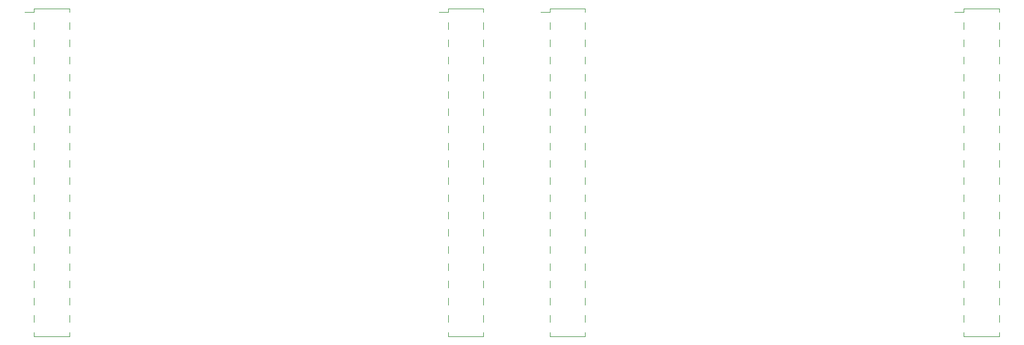
<source format=gbr>
%TF.GenerationSoftware,KiCad,Pcbnew,(6.0.8)*%
%TF.CreationDate,2022-11-08T10:52:10+01:00*%
%TF.ProjectId,TVZ_KTM_ApplicationBoard,54565a5f-4b54-44d5-9f41-70706c696361,rev?*%
%TF.SameCoordinates,Original*%
%TF.FileFunction,Legend,Bot*%
%TF.FilePolarity,Positive*%
%FSLAX46Y46*%
G04 Gerber Fmt 4.6, Leading zero omitted, Abs format (unit mm)*
G04 Created by KiCad (PCBNEW (6.0.8)) date 2022-11-08 10:52:10*
%MOMM*%
%LPD*%
G01*
G04 APERTURE LIST*
%ADD10C,0.120000*%
%ADD11C,1.440000*%
%ADD12R,1.700000X1.700000*%
%ADD13O,1.700000X1.700000*%
%ADD14R,1.600000X1.600000*%
%ADD15O,1.600000X1.600000*%
%ADD16C,2.100000*%
%ADD17C,1.524000*%
%ADD18R,1.800000X1.800000*%
%ADD19C,1.800000*%
%ADD20R,3.000000X1.000000*%
G04 APERTURE END LIST*
D10*
%TO.C,J2*%
X168100000Y-64590000D02*
X168100000Y-65610000D01*
X162900000Y-79830000D02*
X162900000Y-80850000D01*
X168100000Y-69670000D02*
X168100000Y-70690000D01*
X162900000Y-97610000D02*
X162900000Y-98630000D01*
X168100000Y-56970000D02*
X168100000Y-57990000D01*
X168100000Y-97610000D02*
X168100000Y-98630000D01*
X168100000Y-59510000D02*
X168100000Y-60530000D01*
X162900000Y-56970000D02*
X162900000Y-57990000D01*
X168100000Y-67130000D02*
X168100000Y-68150000D01*
X168100000Y-95070000D02*
X168100000Y-96090000D01*
X162900000Y-82370000D02*
X162900000Y-83390000D01*
X168100000Y-79830000D02*
X168100000Y-80850000D01*
X162900000Y-55450000D02*
X161540000Y-55450000D01*
X162900000Y-69670000D02*
X162900000Y-70690000D01*
X162900000Y-74750000D02*
X162900000Y-75770000D01*
X168100000Y-72210000D02*
X168100000Y-73230000D01*
X162900000Y-95070000D02*
X162900000Y-96090000D01*
X168100000Y-74750000D02*
X168100000Y-75770000D01*
X168100000Y-100150000D02*
X168100000Y-101170000D01*
X162900000Y-92530000D02*
X162900000Y-93550000D01*
X162900000Y-64590000D02*
X162900000Y-65610000D01*
X162900000Y-72210000D02*
X162900000Y-73230000D01*
X168100000Y-54880000D02*
X162900000Y-54880000D01*
X168100000Y-82370000D02*
X168100000Y-83390000D01*
X168100000Y-77290000D02*
X168100000Y-78310000D01*
X168100000Y-103260000D02*
X162900000Y-103260000D01*
X168100000Y-92530000D02*
X168100000Y-93550000D01*
X162900000Y-59510000D02*
X162900000Y-60530000D01*
X162900000Y-62050000D02*
X162900000Y-63070000D01*
X168100000Y-89990000D02*
X168100000Y-91010000D01*
X168100000Y-102690000D02*
X168100000Y-103260000D01*
X168100000Y-84910000D02*
X168100000Y-85930000D01*
X162900000Y-89990000D02*
X162900000Y-91010000D01*
X162900000Y-87450000D02*
X162900000Y-88470000D01*
X162900000Y-84910000D02*
X162900000Y-85930000D01*
X162900000Y-100150000D02*
X162900000Y-101170000D01*
X162900000Y-54880000D02*
X162900000Y-55450000D01*
X168100000Y-62050000D02*
X168100000Y-63070000D01*
X162900000Y-102690000D02*
X162900000Y-103260000D01*
X168100000Y-87450000D02*
X168100000Y-88470000D01*
X162900000Y-77290000D02*
X162900000Y-78310000D01*
X168100000Y-54880000D02*
X168100000Y-55450000D01*
X162900000Y-67130000D02*
X162900000Y-68150000D01*
%TO.C,J3*%
X183100001Y-54880001D02*
X183100001Y-55450001D01*
X177900001Y-59510001D02*
X177900001Y-60530001D01*
X177900001Y-92530001D02*
X177900001Y-93550001D01*
X183100001Y-103260001D02*
X177900001Y-103260001D01*
X177900001Y-67130001D02*
X177900001Y-68150001D01*
X183100001Y-95070001D02*
X183100001Y-96090001D01*
X177900001Y-95070001D02*
X177900001Y-96090001D01*
X183100001Y-100150001D02*
X183100001Y-101170001D01*
X183100001Y-64590001D02*
X183100001Y-65610001D01*
X183100001Y-84910001D02*
X183100001Y-85930001D01*
X177900001Y-69670001D02*
X177900001Y-70690001D01*
X177900001Y-64590001D02*
X177900001Y-65610001D01*
X183100001Y-82370001D02*
X183100001Y-83390001D01*
X183100001Y-102690001D02*
X183100001Y-103260001D01*
X183100001Y-89990001D02*
X183100001Y-91010001D01*
X183100001Y-87450001D02*
X183100001Y-88470001D01*
X177900001Y-74750001D02*
X177900001Y-75770001D01*
X183100001Y-54880001D02*
X177900001Y-54880001D01*
X177900001Y-56970001D02*
X177900001Y-57990001D01*
X183100001Y-92530001D02*
X183100001Y-93550001D01*
X177900001Y-102690001D02*
X177900001Y-103260001D01*
X177900001Y-79830001D02*
X177900001Y-80850001D01*
X183100001Y-97610001D02*
X183100001Y-98630001D01*
X177900001Y-72210001D02*
X177900001Y-73230001D01*
X183100001Y-62050001D02*
X183100001Y-63070001D01*
X177900001Y-89990001D02*
X177900001Y-91010001D01*
X177900001Y-100150001D02*
X177900001Y-101170001D01*
X177900001Y-87450001D02*
X177900001Y-88470001D01*
X177900001Y-97610001D02*
X177900001Y-98630001D01*
X177900001Y-82370001D02*
X177900001Y-83390001D01*
X177900001Y-77290001D02*
X177900001Y-78310001D01*
X177900001Y-55450001D02*
X176540001Y-55450001D01*
X177900001Y-54880001D02*
X177900001Y-55450001D01*
X183100001Y-77290001D02*
X183100001Y-78310001D01*
X177900001Y-84910001D02*
X177900001Y-85930001D01*
X177900001Y-62050001D02*
X177900001Y-63070001D01*
X183100001Y-79830001D02*
X183100001Y-80850001D01*
X183100001Y-67130001D02*
X183100001Y-68150001D01*
X183100001Y-56970001D02*
X183100001Y-57990001D01*
X183100001Y-72210001D02*
X183100001Y-73230001D01*
X183100001Y-74750001D02*
X183100001Y-75770001D01*
X183100001Y-59510001D02*
X183100001Y-60530001D01*
X183100001Y-69670001D02*
X183100001Y-70690001D01*
%TO.C,J4*%
X244100001Y-64590001D02*
X244100001Y-65610001D01*
X238900001Y-79830001D02*
X238900001Y-80850001D01*
X244100001Y-69670001D02*
X244100001Y-70690001D01*
X238900001Y-97610001D02*
X238900001Y-98630001D01*
X244100001Y-56970001D02*
X244100001Y-57990001D01*
X244100001Y-97610001D02*
X244100001Y-98630001D01*
X244100001Y-59510001D02*
X244100001Y-60530001D01*
X238900001Y-56970001D02*
X238900001Y-57990001D01*
X244100001Y-67130001D02*
X244100001Y-68150001D01*
X244100001Y-95070001D02*
X244100001Y-96090001D01*
X238900001Y-82370001D02*
X238900001Y-83390001D01*
X244100001Y-79830001D02*
X244100001Y-80850001D01*
X238900001Y-55450001D02*
X237540001Y-55450001D01*
X238900001Y-69670001D02*
X238900001Y-70690001D01*
X238900001Y-74750001D02*
X238900001Y-75770001D01*
X244100001Y-72210001D02*
X244100001Y-73230001D01*
X238900001Y-95070001D02*
X238900001Y-96090001D01*
X244100001Y-74750001D02*
X244100001Y-75770001D01*
X244100001Y-100150001D02*
X244100001Y-101170001D01*
X238900001Y-92530001D02*
X238900001Y-93550001D01*
X238900001Y-64590001D02*
X238900001Y-65610001D01*
X238900001Y-72210001D02*
X238900001Y-73230001D01*
X244100001Y-54880001D02*
X238900001Y-54880001D01*
X244100001Y-82370001D02*
X244100001Y-83390001D01*
X244100001Y-77290001D02*
X244100001Y-78310001D01*
X244100001Y-103260001D02*
X238900001Y-103260001D01*
X244100001Y-92530001D02*
X244100001Y-93550001D01*
X238900001Y-59510001D02*
X238900001Y-60530001D01*
X238900001Y-62050001D02*
X238900001Y-63070001D01*
X244100001Y-89990001D02*
X244100001Y-91010001D01*
X244100001Y-102690001D02*
X244100001Y-103260001D01*
X244100001Y-84910001D02*
X244100001Y-85930001D01*
X238900001Y-89990001D02*
X238900001Y-91010001D01*
X238900001Y-87450001D02*
X238900001Y-88470001D01*
X238900001Y-84910001D02*
X238900001Y-85930001D01*
X238900001Y-100150001D02*
X238900001Y-101170001D01*
X238900001Y-54880001D02*
X238900001Y-55450001D01*
X244100001Y-62050001D02*
X244100001Y-63070001D01*
X238900001Y-102690001D02*
X238900001Y-103260001D01*
X244100001Y-87450001D02*
X244100001Y-88470001D01*
X238900001Y-77290001D02*
X238900001Y-78310001D01*
X244100001Y-54880001D02*
X244100001Y-55450001D01*
X238900001Y-67130001D02*
X238900001Y-68150001D01*
%TO.C,J1*%
X107100000Y-54880000D02*
X107100000Y-55450000D01*
X101900000Y-59510000D02*
X101900000Y-60530000D01*
X101900000Y-92530000D02*
X101900000Y-93550000D01*
X107100000Y-103260000D02*
X101900000Y-103260000D01*
X101900000Y-67130000D02*
X101900000Y-68150000D01*
X107100000Y-95070000D02*
X107100000Y-96090000D01*
X101900000Y-95070000D02*
X101900000Y-96090000D01*
X107100000Y-100150000D02*
X107100000Y-101170000D01*
X107100000Y-64590000D02*
X107100000Y-65610000D01*
X107100000Y-84910000D02*
X107100000Y-85930000D01*
X101900000Y-69670000D02*
X101900000Y-70690000D01*
X101900000Y-64590000D02*
X101900000Y-65610000D01*
X107100000Y-82370000D02*
X107100000Y-83390000D01*
X107100000Y-102690000D02*
X107100000Y-103260000D01*
X107100000Y-89990000D02*
X107100000Y-91010000D01*
X107100000Y-87450000D02*
X107100000Y-88470000D01*
X101900000Y-74750000D02*
X101900000Y-75770000D01*
X107100000Y-54880000D02*
X101900000Y-54880000D01*
X101900000Y-56970000D02*
X101900000Y-57990000D01*
X107100000Y-92530000D02*
X107100000Y-93550000D01*
X101900000Y-102690000D02*
X101900000Y-103260000D01*
X101900000Y-79830000D02*
X101900000Y-80850000D01*
X107100000Y-97610000D02*
X107100000Y-98630000D01*
X101900000Y-72210000D02*
X101900000Y-73230000D01*
X107100000Y-62050000D02*
X107100000Y-63070000D01*
X101900000Y-89990000D02*
X101900000Y-91010000D01*
X101900000Y-100150000D02*
X101900000Y-101170000D01*
X101900000Y-87450000D02*
X101900000Y-88470000D01*
X101900000Y-97610000D02*
X101900000Y-98630000D01*
X101900000Y-82370000D02*
X101900000Y-83390000D01*
X101900000Y-77290000D02*
X101900000Y-78310000D01*
X101900000Y-55450000D02*
X100540000Y-55450000D01*
X101900000Y-54880000D02*
X101900000Y-55450000D01*
X107100000Y-77290000D02*
X107100000Y-78310000D01*
X101900000Y-84910000D02*
X101900000Y-85930000D01*
X101900000Y-62050000D02*
X101900000Y-63070000D01*
X107100000Y-79830000D02*
X107100000Y-80850000D01*
X107100000Y-67130000D02*
X107100000Y-68150000D01*
X107100000Y-56970000D02*
X107100000Y-57990000D01*
X107100000Y-72210000D02*
X107100000Y-73230000D01*
X107100000Y-74750000D02*
X107100000Y-75770000D01*
X107100000Y-59510000D02*
X107100000Y-60530000D01*
X107100000Y-69670000D02*
X107100000Y-70690000D01*
%TD*%
%LPC*%
D11*
%TO.C,RV1*%
X119790000Y-83610000D03*
X122330000Y-81070000D03*
X119790000Y-78530000D03*
%TD*%
D12*
%TO.C,JP5*%
X128070000Y-77850000D03*
D13*
X128070000Y-80390000D03*
X128070000Y-82930000D03*
%TD*%
D12*
%TO.C,JP4*%
X132720000Y-77850000D03*
D13*
X132720000Y-80390000D03*
X132720000Y-82930000D03*
%TD*%
D12*
%TO.C,JP3*%
X129660000Y-87550000D03*
D13*
X129660000Y-90090000D03*
%TD*%
D12*
%TO.C,JP2*%
X137370000Y-77850000D03*
D13*
X137370000Y-80390000D03*
%TD*%
D12*
%TO.C,JP1*%
X116560000Y-88940000D03*
D13*
X116560000Y-91480000D03*
X116560000Y-94020000D03*
%TD*%
D14*
%TO.C,U3*%
X201825000Y-89015000D03*
D15*
X201825000Y-91555000D03*
X201825000Y-94095000D03*
X201825000Y-96635000D03*
X209445000Y-96635000D03*
X209445000Y-94095000D03*
X209445000Y-91555000D03*
X209445000Y-89015000D03*
%TD*%
D16*
%TO.C,SW4*%
X222000000Y-79100000D03*
X222000000Y-70900000D03*
D17*
X222000000Y-73000000D03*
X222000000Y-75000000D03*
X222000000Y-77000000D03*
%TD*%
D16*
%TO.C,SW3*%
X206000000Y-79000000D03*
X206000000Y-70800000D03*
D17*
X206000000Y-72900000D03*
X206000000Y-74900000D03*
X206000000Y-76900000D03*
%TD*%
D16*
%TO.C,SW2*%
X214000000Y-79100000D03*
X214000000Y-70900000D03*
D17*
X214000000Y-73000000D03*
X214000000Y-75000000D03*
X214000000Y-77000000D03*
%TD*%
D16*
%TO.C,SW1*%
X198000000Y-79100000D03*
X198000000Y-70900000D03*
D17*
X198000000Y-73000000D03*
X198000000Y-75000000D03*
X198000000Y-77000000D03*
%TD*%
D18*
%TO.C,D12*%
X144000000Y-70000000D03*
D19*
X146540000Y-70000000D03*
%TD*%
D18*
%TO.C,D11*%
X137000000Y-70000000D03*
D19*
X139540000Y-70000000D03*
%TD*%
D18*
%TO.C,D10*%
X130000000Y-70000000D03*
D19*
X132540000Y-70000000D03*
%TD*%
D18*
%TO.C,D9*%
X123000000Y-70000000D03*
D19*
X125540000Y-70000000D03*
%TD*%
D18*
%TO.C,D8*%
X144000000Y-62000000D03*
D19*
X146540000Y-62000000D03*
%TD*%
D18*
%TO.C,D7*%
X137000000Y-62000000D03*
D19*
X139540000Y-62000000D03*
%TD*%
D18*
%TO.C,D6*%
X130000000Y-62000000D03*
D19*
X132540000Y-62000000D03*
%TD*%
D18*
%TO.C,D5*%
X123000000Y-62000000D03*
D19*
X125540000Y-62000000D03*
%TD*%
D18*
%TO.C,D4*%
X220000000Y-62000000D03*
D19*
X222540000Y-62000000D03*
%TD*%
D18*
%TO.C,D3*%
X213000000Y-62000000D03*
D19*
X215540000Y-62000000D03*
%TD*%
D18*
%TO.C,D2*%
X206000000Y-62000000D03*
D19*
X208540000Y-62000000D03*
%TD*%
D18*
%TO.C,D1*%
X199000000Y-62000000D03*
D19*
X201540000Y-62000000D03*
%TD*%
D14*
%TO.C,U2*%
X146000000Y-92000000D03*
D15*
X146000000Y-94540000D03*
X146000000Y-97080000D03*
X146000000Y-99620000D03*
X153620000Y-99620000D03*
X153620000Y-97080000D03*
X153620000Y-94540000D03*
X153620000Y-92000000D03*
%TD*%
D20*
%TO.C,J2*%
X162980000Y-56210000D03*
X168020000Y-56210000D03*
X162980000Y-58750000D03*
X168020000Y-58750000D03*
X162980000Y-61290000D03*
X168020000Y-61290000D03*
X162980000Y-63830000D03*
X168020000Y-63830000D03*
X162980000Y-66370000D03*
X168020000Y-66370000D03*
X162980000Y-68910000D03*
X168020000Y-68910000D03*
X162980000Y-71450000D03*
X168020000Y-71450000D03*
X162980000Y-73990000D03*
X168020000Y-73990000D03*
X162980000Y-76530000D03*
X168020000Y-76530000D03*
X162980000Y-79070000D03*
X168020000Y-79070000D03*
X162980000Y-81610000D03*
X168020000Y-81610000D03*
X162980000Y-84150000D03*
X168020000Y-84150000D03*
X162980000Y-86690000D03*
X168020000Y-86690000D03*
X162980000Y-89230000D03*
X168020000Y-89230000D03*
X162980000Y-91770000D03*
X168020000Y-91770000D03*
X162980000Y-94310000D03*
X168020000Y-94310000D03*
X162980000Y-96850000D03*
X168020000Y-96850000D03*
X162980000Y-99390000D03*
X168020000Y-99390000D03*
X162980000Y-101930000D03*
X168020000Y-101930000D03*
%TD*%
%TO.C,J3*%
X177980001Y-56210001D03*
X183020001Y-56210001D03*
X177980001Y-58750001D03*
X183020001Y-58750001D03*
X177980001Y-61290001D03*
X183020001Y-61290001D03*
X177980001Y-63830001D03*
X183020001Y-63830001D03*
X177980001Y-66370001D03*
X183020001Y-66370001D03*
X177980001Y-68910001D03*
X183020001Y-68910001D03*
X177980001Y-71450001D03*
X183020001Y-71450001D03*
X177980001Y-73990001D03*
X183020001Y-73990001D03*
X177980001Y-76530001D03*
X183020001Y-76530001D03*
X177980001Y-79070001D03*
X183020001Y-79070001D03*
X177980001Y-81610001D03*
X183020001Y-81610001D03*
X177980001Y-84150001D03*
X183020001Y-84150001D03*
X177980001Y-86690001D03*
X183020001Y-86690001D03*
X177980001Y-89230001D03*
X183020001Y-89230001D03*
X177980001Y-91770001D03*
X183020001Y-91770001D03*
X177980001Y-94310001D03*
X183020001Y-94310001D03*
X177980001Y-96850001D03*
X183020001Y-96850001D03*
X177980001Y-99390001D03*
X183020001Y-99390001D03*
X177980001Y-101930001D03*
X183020001Y-101930001D03*
%TD*%
%TO.C,J4*%
X238980001Y-56210001D03*
X244020001Y-56210001D03*
X238980001Y-58750001D03*
X244020001Y-58750001D03*
X238980001Y-61290001D03*
X244020001Y-61290001D03*
X238980001Y-63830001D03*
X244020001Y-63830001D03*
X238980001Y-66370001D03*
X244020001Y-66370001D03*
X238980001Y-68910001D03*
X244020001Y-68910001D03*
X238980001Y-71450001D03*
X244020001Y-71450001D03*
X238980001Y-73990001D03*
X244020001Y-73990001D03*
X238980001Y-76530001D03*
X244020001Y-76530001D03*
X238980001Y-79070001D03*
X244020001Y-79070001D03*
X238980001Y-81610001D03*
X244020001Y-81610001D03*
X238980001Y-84150001D03*
X244020001Y-84150001D03*
X238980001Y-86690001D03*
X244020001Y-86690001D03*
X238980001Y-89230001D03*
X244020001Y-89230001D03*
X238980001Y-91770001D03*
X244020001Y-91770001D03*
X238980001Y-94310001D03*
X244020001Y-94310001D03*
X238980001Y-96850001D03*
X244020001Y-96850001D03*
X238980001Y-99390001D03*
X244020001Y-99390001D03*
X238980001Y-101930001D03*
X244020001Y-101930001D03*
%TD*%
%TO.C,J1*%
X101980000Y-56210000D03*
X107020000Y-56210000D03*
X101980000Y-58750000D03*
X107020000Y-58750000D03*
X101980000Y-61290000D03*
X107020000Y-61290000D03*
X101980000Y-63830000D03*
X107020000Y-63830000D03*
X101980000Y-66370000D03*
X107020000Y-66370000D03*
X101980000Y-68910000D03*
X107020000Y-68910000D03*
X101980000Y-71450000D03*
X107020000Y-71450000D03*
X101980000Y-73990000D03*
X107020000Y-73990000D03*
X101980000Y-76530000D03*
X107020000Y-76530000D03*
X101980000Y-79070000D03*
X107020000Y-79070000D03*
X101980000Y-81610000D03*
X107020000Y-81610000D03*
X101980000Y-84150000D03*
X107020000Y-84150000D03*
X101980000Y-86690000D03*
X107020000Y-86690000D03*
X101980000Y-89230000D03*
X107020000Y-89230000D03*
X101980000Y-91770000D03*
X107020000Y-91770000D03*
X101980000Y-94310000D03*
X107020000Y-94310000D03*
X101980000Y-96850000D03*
X107020000Y-96850000D03*
X101980000Y-99390000D03*
X107020000Y-99390000D03*
X101980000Y-101930000D03*
X107020000Y-101930000D03*
%TD*%
M02*

</source>
